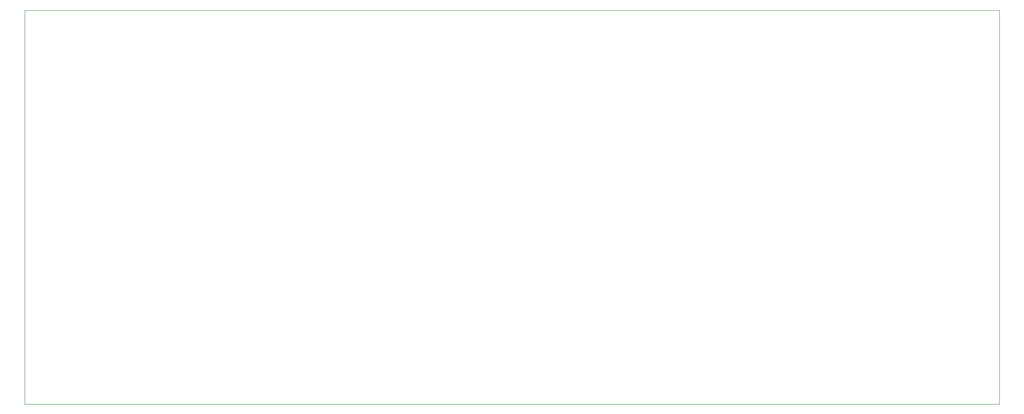
<source format=gbr>
G04 (created by PCBNEW (2013-jul-07)-stable) date Fri 23 Nov 2018 10:58:42 PM EST*
%MOIN*%
G04 Gerber Fmt 3.4, Leading zero omitted, Abs format*
%FSLAX34Y34*%
G01*
G70*
G90*
G04 APERTURE LIST*
%ADD10C,0.00590551*%
%ADD11C,0.00393701*%
G04 APERTURE END LIST*
G54D10*
G54D11*
X17200Y-57600D02*
X92400Y-57600D01*
X17200Y-27200D02*
X17200Y-57600D01*
X92400Y-27200D02*
X17200Y-27200D01*
X92400Y-57600D02*
X92400Y-27200D01*
M02*

</source>
